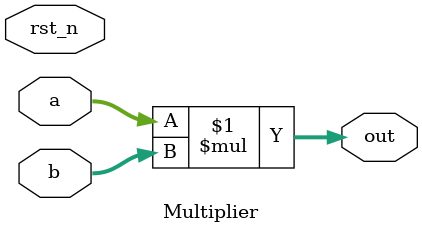
<source format=v>
module Multiplier
# (parameter WIDTH=12)
(
    input wire [WIDTH-1:0] a,
    input wire [WIDTH-1:0] b,
    output wire [WIDTH-1:0] out,
    input wire rst_n
);
    assign out=a*b;
endmodule
</source>
